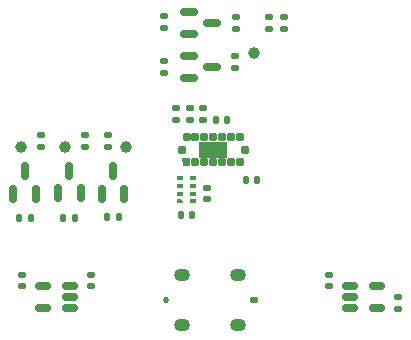
<source format=gbr>
%TF.GenerationSoftware,KiCad,Pcbnew,7.0.7*%
%TF.CreationDate,2023-11-09T15:37:00-05:00*%
%TF.ProjectId,Occupancy_Sensor-A,4f636375-7061-46e6-9379-5f53656e736f,rev?*%
%TF.SameCoordinates,Original*%
%TF.FileFunction,Soldermask,Bot*%
%TF.FilePolarity,Negative*%
%FSLAX46Y46*%
G04 Gerber Fmt 4.6, Leading zero omitted, Abs format (unit mm)*
G04 Created by KiCad (PCBNEW 7.0.7) date 2023-11-09 15:37:00*
%MOMM*%
%LPD*%
G01*
G04 APERTURE LIST*
G04 Aperture macros list*
%AMRoundRect*
0 Rectangle with rounded corners*
0 $1 Rounding radius*
0 $2 $3 $4 $5 $6 $7 $8 $9 X,Y pos of 4 corners*
0 Add a 4 corners polygon primitive as box body*
4,1,4,$2,$3,$4,$5,$6,$7,$8,$9,$2,$3,0*
0 Add four circle primitives for the rounded corners*
1,1,$1+$1,$2,$3*
1,1,$1+$1,$4,$5*
1,1,$1+$1,$6,$7*
1,1,$1+$1,$8,$9*
0 Add four rect primitives between the rounded corners*
20,1,$1+$1,$2,$3,$4,$5,0*
20,1,$1+$1,$4,$5,$6,$7,0*
20,1,$1+$1,$6,$7,$8,$9,0*
20,1,$1+$1,$8,$9,$2,$3,0*%
%AMOutline5P*
0 Free polygon, 5 corners , with rotation*
0 The origin of the aperture is its center*
0 number of corners: always 5*
0 $1 to $10 corner X, Y*
0 $11 Rotation angle, in degrees counterclockwise*
0 create outline with 5 corners*
4,1,5,$1,$2,$3,$4,$5,$6,$7,$8,$9,$10,$1,$2,$11*%
%AMOutline6P*
0 Free polygon, 6 corners , with rotation*
0 The origin of the aperture is its center*
0 number of corners: always 6*
0 $1 to $12 corner X, Y*
0 $13 Rotation angle, in degrees counterclockwise*
0 create outline with 6 corners*
4,1,6,$1,$2,$3,$4,$5,$6,$7,$8,$9,$10,$11,$12,$1,$2,$13*%
%AMOutline7P*
0 Free polygon, 7 corners , with rotation*
0 The origin of the aperture is its center*
0 number of corners: always 7*
0 $1 to $14 corner X, Y*
0 $15 Rotation angle, in degrees counterclockwise*
0 create outline with 7 corners*
4,1,7,$1,$2,$3,$4,$5,$6,$7,$8,$9,$10,$11,$12,$13,$14,$1,$2,$15*%
%AMOutline8P*
0 Free polygon, 8 corners , with rotation*
0 The origin of the aperture is its center*
0 number of corners: always 8*
0 $1 to $16 corner X, Y*
0 $17 Rotation angle, in degrees counterclockwise*
0 create outline with 8 corners*
4,1,8,$1,$2,$3,$4,$5,$6,$7,$8,$9,$10,$11,$12,$13,$14,$15,$16,$1,$2,$17*%
%AMFreePoly0*
4,1,17,0.235355,0.292855,0.250000,0.257500,0.250000,-0.007500,0.300000,-0.007500,0.335355,-0.022145,0.350000,-0.057500,0.350000,-0.257500,0.335355,-0.292855,0.300000,-0.307500,-0.300000,-0.307500,-0.335355,-0.292855,-0.350000,-0.257500,-0.350000,0.257500,-0.335355,0.292855,-0.300000,0.307500,0.200000,0.307500,0.235355,0.292855,0.235355,0.292855,$1*%
G04 Aperture macros list end*
%ADD10C,0.520000*%
%ADD11O,0.720000X0.520000*%
%ADD12O,1.350000X1.100000*%
%ADD13RoundRect,0.135000X0.185000X-0.135000X0.185000X0.135000X-0.185000X0.135000X-0.185000X-0.135000X0*%
%ADD14RoundRect,0.140000X0.170000X-0.140000X0.170000X0.140000X-0.170000X0.140000X-0.170000X-0.140000X0*%
%ADD15RoundRect,0.140000X-0.140000X-0.170000X0.140000X-0.170000X0.140000X0.170000X-0.140000X0.170000X0*%
%ADD16RoundRect,0.135000X0.135000X0.185000X-0.135000X0.185000X-0.135000X-0.185000X0.135000X-0.185000X0*%
%ADD17RoundRect,0.150000X0.150000X-0.587500X0.150000X0.587500X-0.150000X0.587500X-0.150000X-0.587500X0*%
%ADD18RoundRect,0.150000X-0.512500X-0.150000X0.512500X-0.150000X0.512500X0.150000X-0.512500X0.150000X0*%
%ADD19RoundRect,0.150000X-0.587500X-0.150000X0.587500X-0.150000X0.587500X0.150000X-0.587500X0.150000X0*%
%ADD20RoundRect,0.135000X-0.185000X0.135000X-0.185000X-0.135000X0.185000X-0.135000X0.185000X0.135000X0*%
%ADD21C,1.000000*%
%ADD22RoundRect,0.140000X-0.170000X0.140000X-0.170000X-0.140000X0.170000X-0.140000X0.170000X0.140000X0*%
%ADD23FreePoly0,180.000000*%
%ADD24RoundRect,0.050000X0.250000X0.257500X-0.250000X0.257500X-0.250000X-0.257500X0.250000X-0.257500X0*%
%ADD25RoundRect,0.050000X0.267500X0.250000X-0.267500X0.250000X-0.267500X-0.250000X0.267500X-0.250000X0*%
%ADD26RoundRect,0.050000X1.158000X0.600000X-1.158000X0.600000X-1.158000X-0.600000X1.158000X-0.600000X0*%
%ADD27RoundRect,0.150000X0.512500X0.150000X-0.512500X0.150000X-0.512500X-0.150000X0.512500X-0.150000X0*%
%ADD28Outline5P,-0.250000X0.175000X0.075000X0.175000X0.250000X0.000000X0.250000X-0.175000X-0.250000X-0.175000X0.000000*%
%ADD29R,0.500000X0.350000*%
%ADD30RoundRect,0.140000X0.140000X0.170000X-0.140000X0.170000X-0.140000X-0.170000X0.140000X-0.170000X0*%
G04 APERTURE END LIST*
D10*
%TO.C,J4*%
X144250000Y-126150000D03*
D11*
X151750000Y-126150000D03*
D12*
X145600000Y-124000000D03*
X145600000Y-128300000D03*
X150400000Y-124000000D03*
X150400000Y-128300000D03*
%TD*%
D13*
%TO.C,R3*%
X145120000Y-110910000D03*
X145120000Y-109890000D03*
%TD*%
D14*
%TO.C,C5*%
X132100000Y-124980000D03*
X132100000Y-124020000D03*
%TD*%
D15*
%TO.C,C1*%
X148520000Y-110915000D03*
X149480000Y-110915000D03*
%TD*%
%TO.C,C8*%
X145540000Y-118915000D03*
X146500000Y-118915000D03*
%TD*%
D16*
%TO.C,R14*%
X140310000Y-119100000D03*
X139290000Y-119100000D03*
%TD*%
D17*
%TO.C,Q3*%
X140750000Y-117137500D03*
X138850000Y-117137500D03*
X139800000Y-115262500D03*
%TD*%
D13*
%TO.C,R5*%
X146320000Y-110910000D03*
X146320000Y-109890000D03*
%TD*%
D18*
%TO.C,U4*%
X159862500Y-126850000D03*
X159862500Y-125900000D03*
X159862500Y-124950000D03*
X162137500Y-124950000D03*
X162137500Y-126850000D03*
%TD*%
D14*
%TO.C,C6*%
X158100000Y-124980000D03*
X158100000Y-124020000D03*
%TD*%
%TO.C,C7*%
X163900000Y-126880000D03*
X163900000Y-125920000D03*
%TD*%
D19*
%TO.C,Q1*%
X146262500Y-103650000D03*
X146262500Y-101750000D03*
X148137500Y-102700000D03*
%TD*%
D20*
%TO.C,R12*%
X154300000Y-102190000D03*
X154300000Y-103210000D03*
%TD*%
D17*
%TO.C,Q4*%
X137050000Y-117125000D03*
X135150000Y-117125000D03*
X136100000Y-115250000D03*
%TD*%
D21*
%TO.C,TP3*%
X135700000Y-113200000D03*
%TD*%
D13*
%TO.C,R10*%
X150137500Y-106510000D03*
X150137500Y-105490000D03*
%TD*%
D16*
%TO.C,R16*%
X136610000Y-119187500D03*
X135590000Y-119187500D03*
%TD*%
D22*
%TO.C,C4*%
X147750000Y-116635000D03*
X147750000Y-117595000D03*
%TD*%
D20*
%TO.C,R20*%
X133700000Y-112190000D03*
X133700000Y-113210000D03*
%TD*%
D23*
%TO.C,U2*%
X145965000Y-114472500D03*
D24*
X146765000Y-114472500D03*
X147515000Y-114472500D03*
X148265000Y-114472500D03*
X149015000Y-114472500D03*
X149765000Y-114472500D03*
X150515000Y-114472500D03*
D25*
X145597500Y-113415000D03*
D26*
X148265000Y-113415000D03*
D25*
X150932500Y-113415000D03*
D24*
X146015000Y-112357500D03*
X146765000Y-112357500D03*
X147515000Y-112357500D03*
X148265000Y-112357500D03*
X149015000Y-112357500D03*
X149765000Y-112357500D03*
X150515000Y-112357500D03*
%TD*%
D20*
%TO.C,R4*%
X147420000Y-109890000D03*
X147420000Y-110910000D03*
%TD*%
D19*
%TO.C,Q2*%
X146262500Y-107350000D03*
X146262500Y-105450000D03*
X148137500Y-106400000D03*
%TD*%
D27*
%TO.C,U1*%
X136137500Y-124950000D03*
X136137500Y-125900000D03*
X136137500Y-126850000D03*
X133862500Y-126850000D03*
X133862500Y-124950000D03*
%TD*%
D21*
%TO.C,TP5*%
X151750000Y-105250000D03*
%TD*%
%TO.C,TP4*%
X132000000Y-113200000D03*
%TD*%
D28*
%TO.C,U5*%
X145450000Y-117775000D03*
D29*
X145450000Y-117135000D03*
X145450000Y-116495000D03*
X145450000Y-115855000D03*
X146550000Y-115855000D03*
X146550000Y-116495000D03*
X146550000Y-117135000D03*
X146550000Y-117775000D03*
%TD*%
D30*
%TO.C,C2*%
X151980000Y-116000000D03*
X151020000Y-116000000D03*
%TD*%
D14*
%TO.C,C3*%
X137900000Y-124980000D03*
X137900000Y-124020000D03*
%TD*%
D20*
%TO.C,R17*%
X139400000Y-112190000D03*
X139400000Y-113210000D03*
%TD*%
D21*
%TO.C,TP7*%
X140900000Y-113200000D03*
%TD*%
D13*
%TO.C,R6*%
X144100000Y-103110000D03*
X144100000Y-102090000D03*
%TD*%
D17*
%TO.C,Q7*%
X133250000Y-117137500D03*
X131350000Y-117137500D03*
X132300000Y-115262500D03*
%TD*%
D16*
%TO.C,R19*%
X132860000Y-119187500D03*
X131840000Y-119187500D03*
%TD*%
D13*
%TO.C,R11*%
X153000000Y-103210000D03*
X153000000Y-102190000D03*
%TD*%
%TO.C,R7*%
X144137500Y-106910000D03*
X144137500Y-105890000D03*
%TD*%
D20*
%TO.C,R9*%
X150200000Y-102190000D03*
X150200000Y-103210000D03*
%TD*%
D13*
%TO.C,R18*%
X137400000Y-113210000D03*
X137400000Y-112190000D03*
%TD*%
M02*

</source>
